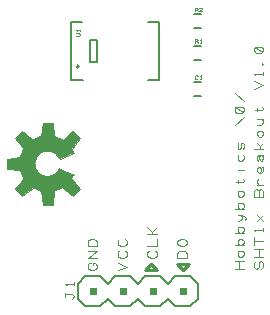
<source format=gto>
%FSLAX23Y23*%
%MOIN*%
G04 EasyPC Gerber Version 15.0.4 Build 3016 *
%ADD17C,0.00100*%
%ADD76C,0.00128*%
%ADD11C,0.00320*%
%ADD15C,0.00600*%
%ADD16C,0.00800*%
%ADD10C,0.01000*%
X0Y0D02*
D02*
D10*
X565Y195D02*
X545Y215D01*
X525Y195*
X565*
X670Y215D02*
X630D01*
X650Y195*
X670Y215*
D02*
D11*
X282Y100D02*
X285Y103D01*
X288Y108*
X285Y113*
X282Y115*
X258*
Y120*
Y115D02*
Y105D01*
X288Y145D02*
Y155D01*
Y150D02*
X258D01*
X263Y145*
X350Y213D02*
Y220D01*
X353*
X358Y218*
X360Y215*
X363Y210*
Y205*
X360Y200*
X358Y198*
X353Y195*
X343*
X338Y198*
X335Y200*
X333Y205*
Y210*
X335Y215*
X338Y218*
X343Y220*
X363Y235D02*
X333D01*
X363Y260*
X333*
X363Y275D02*
X333D01*
Y290*
X335Y295*
X338Y297*
X343Y300*
X353*
X358Y297*
X360Y295*
X363Y290*
Y275*
X433Y195D02*
X463Y207D01*
X433Y220*
X458Y260D02*
X460Y258D01*
X463Y253*
Y245*
X460Y240*
X458Y238*
X453Y235*
X443*
X438Y238*
X435Y240*
X433Y245*
Y253*
X435Y258*
X438Y260*
X458Y300D02*
X460Y297D01*
X463Y293*
Y285*
X460Y280*
X458Y278*
X453Y275*
X443*
X438Y278*
X435Y280*
X433Y285*
Y293*
X435Y297*
X438Y300*
X558Y260D02*
X560Y258D01*
X563Y253*
Y245*
X560Y240*
X558Y238*
X553Y235*
X543*
X538Y238*
X535Y240*
X532Y245*
Y253*
X535Y258*
X538Y260*
X532Y275D02*
X563D01*
Y300*
Y315D02*
X532D01*
X548D02*
Y323D01*
X532Y340*
X548Y323D02*
X563Y340D01*
X663Y235D02*
X632D01*
Y250*
X635Y255*
X638Y258*
X643Y260*
X653*
X658Y258*
X660Y255*
X663Y250*
Y235*
X653Y275D02*
X643D01*
X638Y278*
X635Y280*
X632Y285*
Y290*
X635Y295*
X638Y297*
X643Y300*
X653*
X658Y297*
X660Y295*
X663Y290*
Y285*
X660Y280*
X658Y278*
X653Y275*
X853Y200D02*
X823D01*
X838D02*
Y225D01*
X853D02*
X823D01*
X845Y240D02*
X850Y243D01*
X853Y248*
Y253*
X850Y258*
X845Y260*
X840*
X835Y258*
X833Y253*
Y248*
X835Y243*
X840Y240*
X845*
Y280D02*
X850Y282D01*
X853Y288*
Y293*
X850Y297*
X845Y300*
X840*
X835Y297*
X833Y293*
Y288*
X835Y282*
X840Y280*
X853D02*
X823D01*
X845Y320D02*
X850Y323D01*
X853Y328*
Y333*
X850Y338*
X845Y340*
X840*
X835Y338*
X833Y333*
Y328*
X835Y323*
X840Y320*
X853D02*
X823D01*
X833Y360D02*
X843Y363D01*
X848Y368*
Y373*
X843Y378*
X833Y380*
X843Y378D02*
X853Y375D01*
X858Y373*
X860Y368*
X858Y363*
X845Y400D02*
X850Y403D01*
X853Y407*
Y413*
X850Y418*
X845Y420*
X840*
X835Y418*
X833Y413*
Y407*
X835Y403*
X840Y400*
X853D02*
X823D01*
X845Y440D02*
X850Y443D01*
X853Y448*
Y453*
X850Y458*
X845Y460*
X840*
X835Y458*
X833Y453*
Y448*
X835Y443*
X840Y440*
X845*
X833Y485D02*
Y495D01*
X828Y490D02*
X850D01*
X853Y493*
Y495*
X850Y498*
X853Y530D02*
X833D01*
X825D02*
X835Y580*
X833Y575D01*
Y568*
X835Y563*
X840Y560*
X845*
X850Y563*
X853Y568*
Y575*
X850Y580*
Y600D02*
X853Y605D01*
Y615*
X850Y620*
X845*
X843Y615*
Y605*
X840Y600*
X835*
X833Y605*
Y615*
X835Y620*
X823Y680D02*
X853Y705D01*
X850Y723D02*
X853Y728D01*
Y733*
X850Y738*
X845Y740*
X830*
X825Y738*
X823Y733*
Y728*
X825Y723*
X830Y720*
X845*
X850Y723*
X825Y738*
X853Y760D02*
X823Y785D01*
X910Y200D02*
X915Y203D01*
X918Y207*
Y218*
X915Y223*
X910Y225*
X905Y223*
X903Y218*
Y207*
X900Y203*
X895Y200*
X890Y203*
X888Y207*
Y218*
X890Y223*
X895Y225*
X918Y240D02*
X888D01*
X903D02*
Y265D01*
X918D02*
X888D01*
X918Y293D02*
X888D01*
Y280D02*
Y305D01*
X918Y325D02*
Y335D01*
Y330D02*
X888D01*
X892Y325*
X918Y360D02*
X898Y380D01*
X918D02*
X898Y360D01*
X903Y458D02*
X905Y463D01*
X910Y465*
X915Y463*
X918Y458*
Y440*
X888*
Y458*
X890Y463*
X895Y465*
X900Y463*
X903Y458*
Y440*
X918Y480D02*
X898D01*
X905D02*
X900Y483D01*
X898Y488*
Y493*
X900Y498*
X915Y540D02*
X918Y538D01*
Y532*
Y527*
X915Y523*
X910Y520*
X903*
X900Y523*
X898Y527*
Y532*
X900Y538*
X903Y540*
X905*
X908Y538*
X910Y532*
Y527*
X908Y523*
X905Y520*
X900Y560D02*
X898Y565D01*
Y573*
X900Y578*
X905Y580*
X913*
X915Y578*
X918Y573*
Y568*
X915Y563*
X913Y560*
X910*
X908Y563*
X905Y568*
Y573*
X908Y578*
X910Y580*
X913D02*
X918D01*
Y600D02*
X888D01*
X908D02*
Y608D01*
X898Y620*
X908Y608D02*
X918Y620D01*
X910Y640D02*
X915Y643D01*
X918Y648*
Y653*
X915Y658*
X910Y660*
X905*
X900Y658*
X898Y653*
Y648*
X900Y643*
X905Y640*
X910*
X898Y680D02*
X910D01*
X915Y683*
X918Y688*
Y693*
X915Y698*
X910Y700*
X898D02*
X918D01*
X898Y725D02*
Y735D01*
X892Y730D02*
X915D01*
X918Y733*
Y735*
X915Y738*
X888Y800D02*
X918Y813D01*
X888Y825*
X918Y845D02*
Y855D01*
Y850D02*
X888D01*
X892Y845*
X918Y883D02*
X915Y885D01*
X913Y883*
X915Y880*
X918Y883*
X915Y923D02*
X918Y928D01*
Y933*
X915Y938*
X910Y940*
X895*
X890Y938*
X888Y933*
Y928*
X890Y923*
X895Y920*
X910*
X915Y923*
X890Y938*
D02*
D15*
X688Y896D02*
X712D01*
X688Y944D02*
X712D01*
X688Y1001D02*
X712D01*
X688Y1049D02*
X712D01*
Y776D02*
X688D01*
X712Y824D02*
X688D01*
D02*
D16*
X300Y878D02*
G75*
G03Y871J-4D01*
G01*
G75*
G03Y878J4*
G01*
X317Y829D02*
X279D01*
Y1021*
X315*
X366Y888D02*
X342D01*
Y962*
X366*
Y888*
X375Y75D02*
X325D01*
X300Y100*
Y150*
X325Y175*
X375*
X400Y150*
X425Y175*
X475*
X500Y150*
X525Y175*
X575*
X600Y150*
X625Y175*
X675*
X700Y150*
Y100*
X675Y75*
X625*
X600Y100*
X575Y75*
X525*
X500Y100*
X475Y75*
X425*
X400Y100*
X375Y75*
X533Y1021D02*
X571D01*
Y829*
X533*
D02*
D17*
X288Y586D02*
G75*
G03X280Y600I-88J-36D01*
G01*
X309Y635*
X285Y659*
X250Y630*
G75*
G03X221Y642I-50J-80*
G01*
X217Y687*
X183*
X179Y642*
G75*
G03X150Y630I21J-92*
G01*
X115Y659*
X91Y635*
X120Y600*
G75*
G03X108Y571I80J-50*
G01*
X63Y567*
Y533*
X108Y529*
G75*
G03X120Y500I92J21*
G01*
X91Y465*
X115Y441*
X150Y470*
G75*
G03X179Y458I50J80*
G01*
X183Y413*
X217*
X221Y458*
G75*
G03X250Y470I-21J92*
G01*
X285Y441*
X309Y465*
X280Y500*
G75*
G03X288Y514I-80J50*
G01*
X240Y534*
G75*
G02X200Y507I-40J16*
G01*
G75*
G02X240Y566J43*
G01*
X288Y586*
G36*
G75*
G03X280Y600I-88J-36*
G01*
X309Y635*
X285Y659*
X250Y630*
G75*
G03X221Y642I-50J-80*
G01*
X217Y687*
X183*
X179Y642*
G75*
G03X150Y630I21J-92*
G01*
X115Y659*
X91Y635*
X120Y600*
G75*
G03X108Y571I80J-50*
G01*
X63Y567*
Y533*
X108Y529*
G75*
G03X120Y500I92J21*
G01*
X91Y465*
X115Y441*
X150Y470*
G75*
G03X179Y458I50J80*
G01*
X183Y413*
X217*
X221Y458*
G75*
G03X250Y470I-21J92*
G01*
X285Y441*
X309Y465*
X280Y500*
G75*
G03X288Y514I-80J50*
G01*
X240Y534*
G75*
G02X200Y507I-40J16*
G01*
G75*
G02X240Y566J43*
G01*
X288Y586*
G37*
X340Y115D02*
X360D01*
Y135*
X340*
Y115*
G36*
X360*
Y135*
X340*
Y115*
G37*
X440D02*
X460D01*
Y135*
X440*
Y115*
G36*
X460*
Y135*
X440*
Y115*
G37*
X540D02*
X560D01*
Y135*
X540*
Y115*
G36*
X560*
Y135*
X540*
Y115*
G37*
X640D02*
X660D01*
Y135*
X640*
Y115*
G36*
X660*
Y135*
X640*
Y115*
G37*
D02*
D76*
X295Y975D02*
X304D01*
X306Y976*
X307Y978*
Y982*
X306Y984*
X304Y985*
X295*
X307Y993D02*
Y997D01*
Y995D02*
X295D01*
X297Y993*
X700Y835D02*
X699Y834D01*
X697Y833*
X694*
X692Y834*
X691Y835*
X690Y837*
Y841*
X691Y843*
X692Y844*
X694Y845*
X697*
X699Y844*
X700Y843*
X708Y833D02*
X712D01*
X710D02*
Y845D01*
X708Y843*
X690Y953D02*
Y965D01*
X697*
X699Y964*
X700Y962*
X699Y960*
X697Y959*
X690*
X697D02*
X700Y953D01*
X708D02*
X712D01*
X710D02*
Y965D01*
X708Y963*
X690Y1058D02*
Y1070D01*
X697*
X699Y1069*
X700Y1067*
X699Y1065*
X697Y1064*
X690*
X697D02*
X700Y1058D01*
X714D02*
X706D01*
X713Y1065*
X714Y1067*
X713Y1069*
X711Y1070*
X708*
X706Y1069*
X0Y0D02*
M02*

</source>
